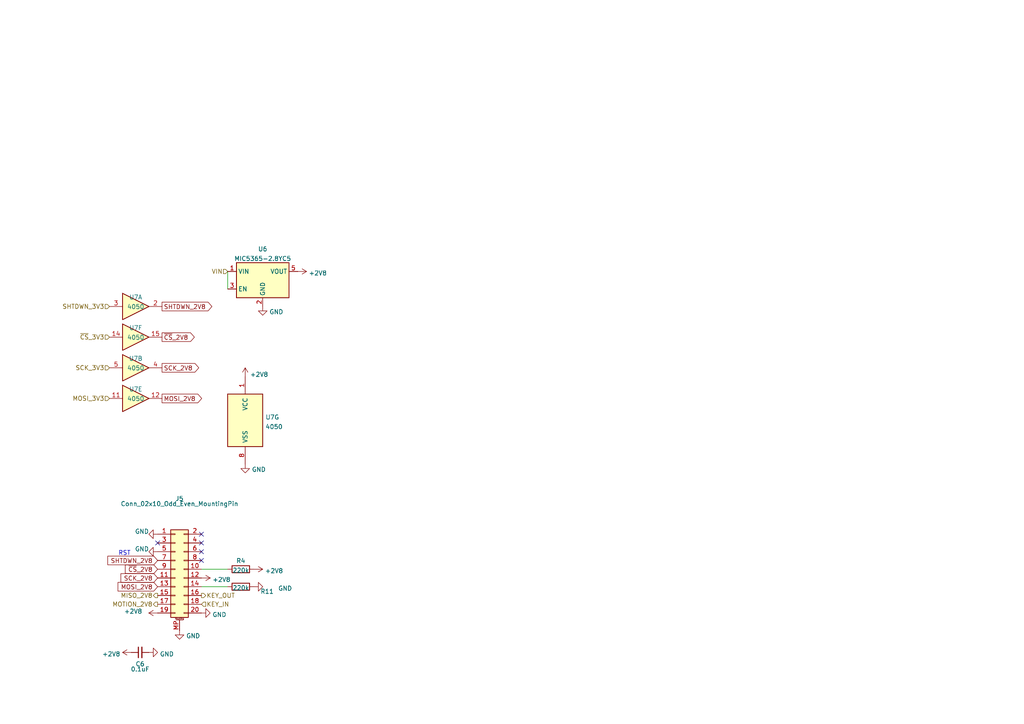
<source format=kicad_sch>
(kicad_sch (version 20210621) (generator eeschema)
  (paper "A4")
  (lib_symbols
    (symbol "4xxx:4050" (pin_names (offset 1.016))
      (property "Reference" "U" (at 0 1.27 0))
      (property "Value" "4050" (at 0 -1.27 0))
      (symbol "4050_1_0"
        (polyline (pts (xy -3.81 3.81) (xy -3.81 -3.81) (xy 3.81 0) (xy -3.81 3.81)) (stroke (width 0.254)) (fill (type background)))
        (pin output line (at 7.62 0 180) (length 3.81) (name "~") (number "2"))
        (pin input line (at -7.62 0 0) (length 3.81) (name "~") (number "3"))
      )
      (symbol "4050_2_0"
        (polyline (pts (xy -3.81 3.81) (xy -3.81 -3.81) (xy 3.81 0) (xy -3.81 3.81)) (stroke (width 0.254)) (fill (type background)))
        (pin output line (at 7.62 0 180) (length 3.81) (name "~") (number "4"))
        (pin input line (at -7.62 0 0) (length 3.81) (name "~") (number "5"))
      )
      (symbol "4050_3_0"
        (polyline (pts (xy -3.81 3.81) (xy -3.81 -3.81) (xy 3.81 0) (xy -3.81 3.81)) (stroke (width 0.254)) (fill (type background)))
        (pin output line (at 7.62 0 180) (length 3.81) (name "~") (number "6"))
        (pin input line (at -7.62 0 0) (length 3.81) (name "~") (number "7"))
      )
      (symbol "4050_4_0"
        (polyline (pts (xy -3.81 3.81) (xy -3.81 -3.81) (xy 3.81 0) (xy -3.81 3.81)) (stroke (width 0.254)) (fill (type background)))
        (pin output line (at 7.62 0 180) (length 3.81) (name "~") (number "10"))
        (pin input line (at -7.62 0 0) (length 3.81) (name "~") (number "9"))
      )
      (symbol "4050_5_0"
        (polyline (pts (xy -3.81 3.81) (xy -3.81 -3.81) (xy 3.81 0) (xy -3.81 3.81)) (stroke (width 0.254)) (fill (type background)))
        (pin input line (at -7.62 0 0) (length 3.81) (name "~") (number "11"))
        (pin output line (at 7.62 0 180) (length 3.81) (name "~") (number "12"))
      )
      (symbol "4050_6_0"
        (polyline (pts (xy -3.81 3.81) (xy -3.81 -3.81) (xy 3.81 0) (xy -3.81 3.81)) (stroke (width 0.254)) (fill (type background)))
        (pin input line (at -7.62 0 0) (length 3.81) (name "~") (number "14"))
        (pin output line (at 7.62 0 180) (length 3.81) (name "~") (number "15"))
      )
      (symbol "4050_7_0"
        (pin power_in line (at 0 12.7 270) (length 5.08) (name "VCC") (number "1"))
        (pin power_in line (at 0 -12.7 90) (length 5.08) (name "VSS") (number "8"))
      )
      (symbol "4050_7_1"
        (rectangle (start -5.08 7.62) (end 5.08 -7.62) (stroke (width 0.254)) (fill (type background)))
      )
    )
    (symbol "Connector_Generic_MountingPin:Conn_02x10_Odd_Even_MountingPin" (pin_names (offset 1.016) hide)
      (property "Reference" "J" (at 1.27 12.7 0))
      (property "Value" "Conn_02x10_Odd_Even_MountingPin" (at 2.54 -15.24 0))
      (symbol "Conn_02x10_Odd_Even_MountingPin_1_1"
        (text "Mounting" (at 1.27 -14.351 0) (effects (font (size 0.381 0.381))))
        (rectangle (start -1.27 -12.573) (end 0 -12.827) (stroke (width 0.1524)))
        (rectangle (start -1.27 -10.033) (end 0 -10.287) (stroke (width 0.1524)))
        (rectangle (start -1.27 -7.493) (end 0 -7.747) (stroke (width 0.1524)))
        (rectangle (start -1.27 -4.953) (end 0 -5.207) (stroke (width 0.1524)))
        (rectangle (start -1.27 -2.413) (end 0 -2.667) (stroke (width 0.1524)))
        (rectangle (start -1.27 0.127) (end 0 -0.127) (stroke (width 0.1524)))
        (rectangle (start -1.27 2.667) (end 0 2.413) (stroke (width 0.1524)))
        (rectangle (start -1.27 5.207) (end 0 4.953) (stroke (width 0.1524)))
        (rectangle (start -1.27 7.747) (end 0 7.493) (stroke (width 0.1524)))
        (rectangle (start -1.27 10.287) (end 0 10.033) (stroke (width 0.1524)))
        (rectangle (start 3.81 -12.573) (end 2.54 -12.827) (stroke (width 0.1524)))
        (rectangle (start 3.81 -10.033) (end 2.54 -10.287) (stroke (width 0.1524)))
        (rectangle (start 3.81 -7.493) (end 2.54 -7.747) (stroke (width 0.1524)))
        (rectangle (start 3.81 -4.953) (end 2.54 -5.207) (stroke (width 0.1524)))
        (rectangle (start 3.81 -2.413) (end 2.54 -2.667) (stroke (width 0.1524)))
        (rectangle (start 3.81 0.127) (end 2.54 -0.127) (stroke (width 0.1524)))
        (rectangle (start 3.81 2.667) (end 2.54 2.413) (stroke (width 0.1524)))
        (rectangle (start 3.81 5.207) (end 2.54 4.953) (stroke (width 0.1524)))
        (rectangle (start 3.81 7.747) (end 2.54 7.493) (stroke (width 0.1524)))
        (rectangle (start 3.81 10.287) (end 2.54 10.033) (stroke (width 0.1524)))
        (rectangle (start -1.27 11.43) (end 3.81 -13.97) (stroke (width 0.254)) (fill (type background)))
        (polyline (pts (xy 0.254 -14.732) (xy 2.286 -14.732)) (stroke (width 0.1524)))
        (pin passive line (at -5.08 10.16 0) (length 3.81) (name "Pin_1") (number "1"))
        (pin passive line (at 7.62 0 180) (length 3.81) (name "Pin_10") (number "10"))
        (pin passive line (at -5.08 -2.54 0) (length 3.81) (name "Pin_11") (number "11"))
        (pin passive line (at 7.62 -2.54 180) (length 3.81) (name "Pin_12") (number "12"))
        (pin passive line (at -5.08 -5.08 0) (length 3.81) (name "Pin_13") (number "13"))
        (pin passive line (at 7.62 -5.08 180) (length 3.81) (name "Pin_14") (number "14"))
        (pin passive line (at -5.08 -7.62 0) (length 3.81) (name "Pin_15") (number "15"))
        (pin passive line (at 7.62 -7.62 180) (length 3.81) (name "Pin_16") (number "16"))
        (pin passive line (at -5.08 -10.16 0) (length 3.81) (name "Pin_17") (number "17"))
        (pin passive line (at 7.62 -10.16 180) (length 3.81) (name "Pin_18") (number "18"))
        (pin passive line (at -5.08 -12.7 0) (length 3.81) (name "Pin_19") (number "19"))
        (pin passive line (at 7.62 10.16 180) (length 3.81) (name "Pin_2") (number "2"))
        (pin passive line (at 7.62 -12.7 180) (length 3.81) (name "Pin_20") (number "20"))
        (pin passive line (at -5.08 7.62 0) (length 3.81) (name "Pin_3") (number "3"))
        (pin passive line (at 7.62 7.62 180) (length 3.81) (name "Pin_4") (number "4"))
        (pin passive line (at -5.08 5.08 0) (length 3.81) (name "Pin_5") (number "5"))
        (pin passive line (at 7.62 5.08 180) (length 3.81) (name "Pin_6") (number "6"))
        (pin passive line (at -5.08 2.54 0) (length 3.81) (name "Pin_7") (number "7"))
        (pin passive line (at 7.62 2.54 180) (length 3.81) (name "Pin_8") (number "8"))
        (pin passive line (at -5.08 0 0) (length 3.81) (name "Pin_9") (number "9"))
        (pin passive line (at 1.27 -17.78 90) (length 3.048) (name "MountPin") (number "MP"))
      )
    )
    (symbol "Device:C_Small" (pin_numbers hide) (pin_names (offset 0.254) hide)
      (property "Reference" "C" (at 0.254 1.778 0))
      (property "Value" "C_Small" (at 0.254 -2.032 0))
      (symbol "C_Small_0_1"
        (polyline (pts (xy -1.524 -0.508) (xy 1.524 -0.508)) (stroke (width 0.3302)))
        (polyline (pts (xy -1.524 0.508) (xy 1.524 0.508)) (stroke (width 0.3048)))
      )
      (symbol "C_Small_1_1"
        (pin passive line (at 0 2.54 270) (length 2.032) (name "~") (number "1"))
        (pin passive line (at 0 -2.54 90) (length 2.032) (name "~") (number "2"))
      )
    )
    (symbol "Device:R" (pin_numbers hide) (pin_names (offset 0))
      (property "Reference" "R" (at 2.032 0 90))
      (property "Value" "R" (at 0 0 90))
      (symbol "R_0_1"
        (rectangle (start -1.016 -2.54) (end 1.016 2.54) (stroke (width 0.254)))
      )
      (symbol "R_1_1"
        (pin passive line (at 0 3.81 270) (length 1.27) (name "~") (number "1"))
        (pin passive line (at 0 -3.81 90) (length 1.27) (name "~") (number "2"))
      )
    )
    (symbol "Regulator_Linear:MIC5365-3.3YC5"
      (property "Reference" "U" (at -6.35 6.35 0))
      (property "Value" "MIC5365-3.3YC5" (at 0 6.35 0))
      (symbol "MIC5365-3.3YC5_0_1"
        (rectangle (start -7.62 -5.08) (end 7.62 5.08) (stroke (width 0.254)) (fill (type background)))
      )
      (symbol "MIC5365-3.3YC5_1_1"
        (pin power_in line (at -10.16 2.54 0) (length 2.54) (name "VIN") (number "1"))
        (pin power_in line (at 0 -7.62 90) (length 2.54) (name "GND") (number "2"))
        (pin input line (at -10.16 -2.54 0) (length 2.54) (name "EN") (number "3"))
        (pin no_connect line (at 7.62 -2.54 180) (length 2.54) hide (name "NC") (number "4"))
        (pin power_out line (at 10.16 2.54 180) (length 2.54) (name "VOUT") (number "5"))
      )
    )
    (symbol "power:+2V8" (power) (pin_names (offset 0))
      (property "Value" "+2V8" (at 0 3.556 0))
      (symbol "+2V8_0_1"
        (polyline (pts (xy -0.762 1.27) (xy 0 2.54)))
        (polyline (pts (xy 0 0) (xy 0 2.54)))
        (polyline (pts (xy 0 2.54) (xy 0.762 1.27)))
      )
      (symbol "+2V8_1_1"
        (pin power_in line (at 0 0 90) (length 0) hide (name "+2V8") (number "1"))
      )
    )
    (symbol "power:GND" (power) (pin_names (offset 0))
      (property "Value" "GND" (at 0 -3.81 0))
      (symbol "GND_0_1"
        (polyline (pts (xy 0 0) (xy 0 -1.27) (xy 1.27 -1.27) (xy 0 -2.54) (xy -1.27 -1.27) (xy 0 -1.27)))
      )
      (symbol "GND_1_1"
        (pin power_in line (at 0 0 270) (length 0) hide (name "GND") (number "1"))
      )
    )
  )
  (no_connect (at 45.72 157.48))
  (no_connect (at 58.42 154.94))
  (no_connect (at 58.42 157.48))
  (no_connect (at 58.42 160.02))
  (no_connect (at 58.42 162.56))
  (wire (pts (xy 58.42 165.1) (xy 66.04 165.1)))
  (wire (pts (xy 58.42 170.18) (xy 66.04 170.18)))
  (wire (pts (xy 66.04 78.74) (xy 66.04 83.82)))
  (text "RST" (at 34.29 161.29 0) (effects (font (size 1.27 1.27)) (justify left bottom)))
  (global_label "SHTDWN_2V8" (shape input) (at 45.72 162.56 180) (property "Intersheet References" "${INTERSHEET_REFS}" (effects hide)))
  (global_label "~{CS}_2V8" (shape input) (at 45.72 165.1 180) (property "Intersheet References" "${INTERSHEET_REFS}" (effects hide)))
  (global_label "SCK_2V8" (shape input) (at 45.72 167.64 180) (property "Intersheet References" "${INTERSHEET_REFS}" (effects hide)))
  (global_label "MOSI_2V8" (shape input) (at 45.72 170.18 180) (property "Intersheet References" "${INTERSHEET_REFS}" (effects hide)))
  (global_label "SHTDWN_2V8" (shape output) (at 46.99 88.9 0) (property "Intersheet References" "${INTERSHEET_REFS}" (effects hide)))
  (global_label "~{CS}_2V8" (shape output) (at 46.99 97.79 0) (property "Intersheet References" "${INTERSHEET_REFS}" (effects hide)))
  (global_label "SCK_2V8" (shape output) (at 46.99 106.68 0) (property "Intersheet References" "${INTERSHEET_REFS}" (effects hide)))
  (global_label "MOSI_2V8" (shape output) (at 46.99 115.57 0) (property "Intersheet References" "${INTERSHEET_REFS}" (effects hide)))
  (hierarchical_label "SHTDWN_3V3" (shape input) (at 31.75 88.9 180))
  (hierarchical_label "~{CS}_3V3" (shape input) (at 31.75 97.79 180))
  (hierarchical_label "SCK_3V3" (shape input) (at 31.75 106.68 180))
  (hierarchical_label "MOSI_3V3" (shape input) (at 31.75 115.57 180))
  (hierarchical_label "MISO_2V8" (shape output) (at 45.72 172.72 180))
  (hierarchical_label "MOTION_2V8" (shape output) (at 45.72 175.26 180))
  (hierarchical_label "KEY_OUT" (shape output) (at 58.42 172.72 0))
  (hierarchical_label "KEY_IN" (shape input) (at 58.42 175.26 0))
  (hierarchical_label "VIN" (shape input) (at 66.04 78.74 180))
  (symbol (lib_id "power:+2V8") (at 38.1 189.23 90) (unit 1)
    (property "Reference" "#PWR0133" (effects hide))
    (property "Value" "+2V8" (at 34.9249 189.709 90) (effects (justify left)))
  )
  (symbol (lib_id "power:+2V8") (at 45.72 177.8 90) (unit 1)
    (property "Reference" "#PWR07" (effects hide))
    (property "Value" "+2V8" (at 41.2749 177.321 90) (effects (justify left)))
  )
  (symbol (lib_id "power:+2V8") (at 58.42 167.64 270) (unit 1)
    (property "Reference" "#PWR0131" (effects hide))
    (property "Value" "+2V8" (at 61.5951 168.119 90) (effects (justify left)))
  )
  (symbol (lib_id "power:+2V8") (at 71.12 109.22 0) (unit 1)
    (property "Reference" "#PWR0112" (effects hide))
    (property "Value" "+2V8" (at 72.5171 108.6195 0) (effects (justify left)))
  )
  (symbol (lib_id "power:+2V8") (at 73.66 165.1 270) (unit 1)
    (property "Reference" "#PWR01" (effects hide))
    (property "Value" "+2V8" (at 76.8351 165.579 90) (effects (justify left)))
  )
  (symbol (lib_id "power:+2V8") (at 86.36 78.74 270) (unit 1)
    (property "Reference" "#PWR0119" (effects hide))
    (property "Value" "+2V8" (at 89.5351 79.219 90) (effects (justify left)))
  )
  (symbol (lib_id "power:GND") (at 43.18 189.23 90) (unit 1)
    (property "Reference" "#PWR010" (effects hide))
    (property "Value" "GND" (at 46.3551 189.709 90) (effects (justify right)))
  )
  (symbol (lib_id "power:GND") (at 45.72 154.94 270) (unit 1)
    (property "Reference" "#PWR0108" (effects hide))
    (property "Value" "GND" (at 39.1161 154.149 90) (effects (justify left)))
  )
  (symbol (lib_id "power:GND") (at 45.72 160.02 270) (unit 1)
    (property "Reference" "#PWR0134" (effects hide))
    (property "Value" "GND" (at 39.1161 159.229 90) (effects (justify left)))
  )
  (symbol (lib_id "power:GND") (at 52.07 182.88 0) (unit 1)
    (property "Reference" "#PWR09" (effects hide))
    (property "Value" "GND" (at 53.9751 184.4385 0) (effects (justify left)))
  )
  (symbol (lib_id "power:GND") (at 58.42 177.8 90) (unit 1)
    (property "Reference" "#PWR0121" (effects hide))
    (property "Value" "GND" (at 61.5951 178.279 90) (effects (justify right)))
  )
  (symbol (lib_id "power:GND") (at 71.12 134.62 0) (unit 1)
    (property "Reference" "#PWR0118" (effects hide))
    (property "Value" "GND" (at 73.0251 136.1785 0) (effects (justify left)))
  )
  (symbol (lib_id "power:GND") (at 73.66 170.18 90) (unit 1)
    (property "Reference" "#PWR0132" (effects hide))
    (property "Value" "GND" (at 80.6451 170.659 90) (effects (justify right)))
  )
  (symbol (lib_id "power:GND") (at 76.2 88.9 0) (unit 1)
    (property "Reference" "#PWR0120" (effects hide))
    (property "Value" "GND" (at 78.1051 90.4585 0) (effects (justify left)))
  )
  (symbol (lib_id "Device:R") (at 69.85 165.1 90) (unit 1)
    (property "Reference" "R4" (at 69.85 162.6574 90))
    (property "Value" "220k" (at 69.85 165.4325 90))
    (property "Footprint" "Resistor_SMD:R_0603_1608Metric" (effects hide))
  )
  (symbol (lib_id "Device:R") (at 69.85 170.18 90) (unit 1)
    (property "Reference" "R11" (at 77.47 171.5474 90))
    (property "Value" "220k" (at 69.85 170.5125 90))
    (property "Footprint" "Resistor_SMD:R_0603_1608Metric" (effects hide))
  )
  (symbol (lib_id "Device:C_Small") (at 40.64 189.23 90) (unit 1)
    (property "Reference" "C6" (at 40.64 192.5913 90))
    (property "Value" "0.1uF" (at 40.64 194.0964 90))
    (property "Footprint" "Capacitor_SMD:C_0603_1608Metric" (effects hide))
  )
  (symbol (lib_id "4xxx:4050") (at 39.37 88.9 0) (unit 1)
    (property "Reference" "U7" (at 39.37 86.2034 0))
    (property "Value" "4050" (at 39.37 88.9785 0))
    (property "Footprint" "Package_SO:SOIC-16_3.9x9.9mm_P1.27mm" (effects hide))
    (property "Datasheet" "http://www.intersil.com/content/dam/intersil/documents/cd40/cd4050bms.pdf" (effects hide))
  )
  (symbol (lib_id "4xxx:4050") (at 39.37 97.79 0) (unit 6)
    (property "Reference" "U7" (at 39.37 95.0934 0))
    (property "Value" "4050" (at 39.37 97.8685 0))
    (property "Footprint" "Package_SO:SOIC-16_3.9x9.9mm_P1.27mm" (effects hide))
    (property "Datasheet" "http://www.intersil.com/content/dam/intersil/documents/cd40/cd4050bms.pdf" (effects hide))
  )
  (symbol (lib_id "4xxx:4050") (at 39.37 106.68 0) (unit 2)
    (property "Reference" "U7" (at 39.37 103.9834 0))
    (property "Value" "4050" (at 39.37 106.7585 0))
    (property "Footprint" "Package_SO:SOIC-16_3.9x9.9mm_P1.27mm" (effects hide))
    (property "Datasheet" "http://www.intersil.com/content/dam/intersil/documents/cd40/cd4050bms.pdf" (effects hide))
  )
  (symbol (lib_id "4xxx:4050") (at 39.37 115.57 0) (unit 5)
    (property "Reference" "U7" (at 39.37 112.8734 0))
    (property "Value" "4050" (at 39.37 115.6485 0))
    (property "Footprint" "Package_SO:SOIC-16_3.9x9.9mm_P1.27mm" (effects hide))
    (property "Datasheet" "http://www.intersil.com/content/dam/intersil/documents/cd40/cd4050bms.pdf" (effects hide))
  )
  (symbol (lib_id "4xxx:4050") (at 71.12 121.92 0) (unit 7)
    (property "Reference" "U7" (at 76.9621 121.0115 0) (effects (justify left)))
    (property "Value" "4050" (at 76.9621 123.7866 0) (effects (justify left)))
    (property "Footprint" "Package_SO:SOIC-16_3.9x9.9mm_P1.27mm" (effects hide))
    (property "Datasheet" "http://www.intersil.com/content/dam/intersil/documents/cd40/cd4050bms.pdf" (effects hide))
  )
  (symbol (lib_id "Regulator_Linear:MIC5365-3.3YC5") (at 76.2 81.28 0) (unit 1)
    (property "Reference" "U6" (at 76.2 72.2334 0))
    (property "Value" "MIC5365-2.8YC5" (at 76.2 75.0085 0))
    (property "Footprint" "Package_TO_SOT_SMD:SOT-23-5" (effects hide))
    (property "Datasheet" "http://ww1.microchip.com/downloads/en/DeviceDoc/mic5365.pdf" (effects hide))
  )
  (symbol (lib_id "Connector_Generic_MountingPin:Conn_02x10_Odd_Even_MountingPin") (at 50.8 165.1 0) (unit 1)
    (property "Reference" "J5" (at 52.07 144.6234 0))
    (property "Value" "Conn_02x10_Odd_Even_MountingPin" (at 52.07 146.1285 0))
    (property "Footprint" "keeb-libs:hirose-df30fb-20ds-0.4v(82)" (effects hide))
  )
)
</source>
